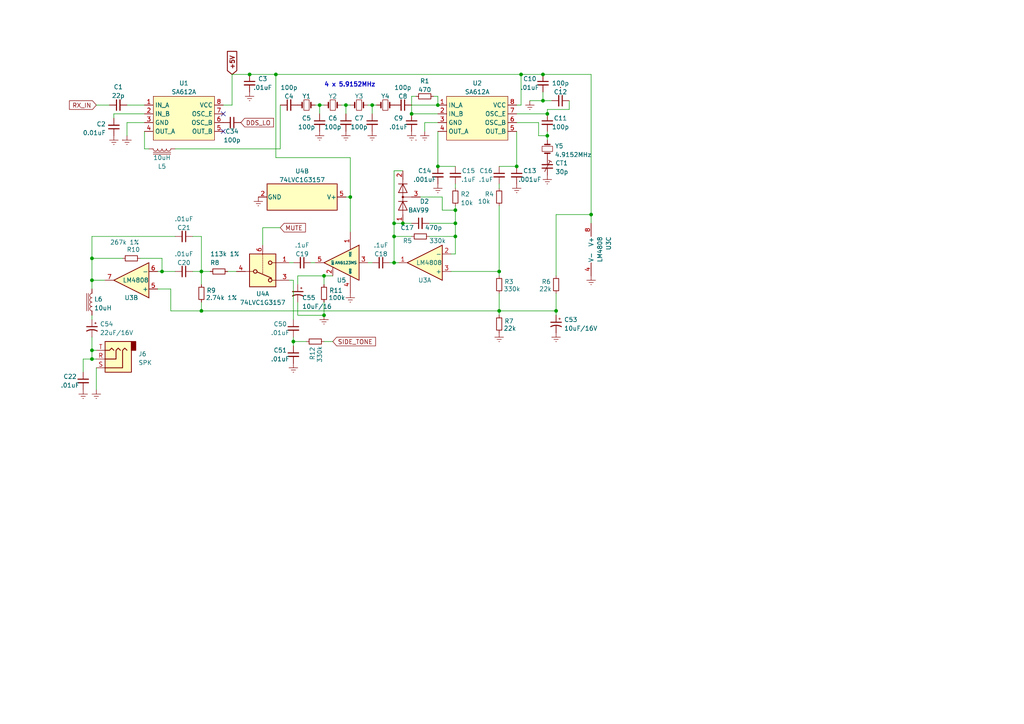
<source format=kicad_sch>
(kicad_sch (version 20211123) (generator eeschema)
  (paper "A4")
  (lib_symbols
    (symbol "Amplifier_Operational:LM358" (pin_names (offset 0.127))
      (property "Reference" "U" (at 0 5.08 0))
      (property "Value" "LM358" (at 0 -5.08 0))
      (symbol "LM358_1_1"
        (polyline (pts (xy -5.08 5.08) (xy 5.08 0) (xy -5.08 -5.08) (xy -5.08 5.08)) (stroke (width 0.254)) (fill (type background)))
        (pin output line (at 7.62 0 180) (length 2.54) (name "~") (number "1"))
        (pin input line (at -7.62 -2.54 0) (length 2.54) (name "-") (number "2"))
        (pin input line (at -7.62 2.54 0) (length 2.54) (name "+") (number "3"))
      )
      (symbol "LM358_2_1"
        (polyline (pts (xy -5.08 5.08) (xy 5.08 0) (xy -5.08 -5.08) (xy -5.08 5.08)) (stroke (width 0.254)) (fill (type background)))
        (pin input line (at -7.62 2.54 0) (length 2.54) (name "+") (number "5"))
        (pin input line (at -7.62 -2.54 0) (length 2.54) (name "-") (number "6"))
        (pin output line (at 7.62 0 180) (length 2.54) (name "~") (number "7"))
      )
      (symbol "LM358_3_1"
        (pin power_in line (at -2.54 -7.62 90) (length 3.81) (name "V-") (number "4"))
        (pin power_in line (at -2.54 7.62 270) (length 3.81) (name "V+") (number "8"))
      )
    )
    (symbol "Analog_Switch:NC7SB3157L6X" (pin_names (offset 0.127))
      (property "Reference" "U" (at -3.175 4.699 0))
      (property "Value" "NC7SB3157L6X" (at -3.175 2.921 0))
      (symbol "NC7SB3157L6X_1_1"
        (rectangle (start -3.81 1.905) (end 3.81 -7.62) (stroke (width 0.254)) (fill (type background)))
        (circle (center -2.159 -2.54) (radius 0.508) (stroke (width 0.254)))
        (polyline (pts (xy -5.08 -2.54) (xy -2.794 -2.54)))
        (polyline (pts (xy -1.651 -2.413) (xy 2.54 -0.635)) (stroke (width 0.254)))
        (polyline (pts (xy 0 -7.62) (xy 0 -7.112)))
        (polyline (pts (xy 0 -6.858) (xy 0 -6.604)))
        (polyline (pts (xy 0 -6.35) (xy 0 -6.096)))
        (polyline (pts (xy 0 -5.842) (xy 0 -5.588)))
        (polyline (pts (xy 0 -5.334) (xy 0 -5.08)))
        (polyline (pts (xy 0 -4.826) (xy 0 -4.572)))
        (polyline (pts (xy 0 -4.318) (xy 0 -4.064)))
        (polyline (pts (xy 0 -3.81) (xy 0 -3.556)))
        (polyline (pts (xy 0 -3.302) (xy 0 -3.048)))
        (polyline (pts (xy 0 -2.794) (xy 0 -2.54)))
        (polyline (pts (xy 0 -2.286) (xy 0 -2.032)))
        (polyline (pts (xy 0 -2.286) (xy 0 -2.032)))
        (polyline (pts (xy 5.08 -5.08) (xy 2.794 -5.08)))
        (polyline (pts (xy 5.08 0) (xy 2.794 0)))
        (circle (center 2.159 -5.08) (radius 0.508) (stroke (width 0.254)))
        (circle (center 2.159 0) (radius 0.508) (stroke (width 0.254)))
        (pin passive line (at 7.62 -5.08 180) (length 2.54) (name "~") (number "1"))
        (pin passive line (at 7.62 0 180) (length 2.54) (name "~") (number "3"))
        (pin passive line (at -7.62 -2.54 0) (length 2.54) (name "~") (number "4"))
        (pin input line (at 0 -10.16 90) (length 2.54) (name "~") (number "6"))
      )
      (symbol "NC7SB3157L6X_2_0"
        (pin power_in line (at 0 -12.7 90) (length 2.54) (name "GND") (number "2"))
        (pin power_in line (at 0 12.7 270) (length 2.54) (name "V+") (number "5"))
      )
      (symbol "NC7SB3157L6X_2_1"
        (rectangle (start -3.81 10.16) (end 3.81 -10.16) (stroke (width 0.254)) (fill (type background)))
      )
    )
    (symbol "Connector:AudioJack3"
      (property "Reference" "J" (at 0 8.89 0))
      (property "Value" "AudioJack3" (at 0 6.35 0))
      (symbol "AudioJack3_0_1"
        (rectangle (start -5.08 -5.08) (end -6.35 -2.54) (stroke (width 0.254)) (fill (type outline)))
        (polyline (pts (xy 0 -2.54) (xy 0.635 -3.175) (xy 1.27 -2.54) (xy 2.54 -2.54)) (stroke (width 0.254)))
        (polyline (pts (xy -1.905 -2.54) (xy -1.27 -3.175) (xy -0.635 -2.54) (xy -0.635 0) (xy 2.54 0)) (stroke (width 0.254)))
        (polyline (pts (xy 2.54 2.54) (xy -2.54 2.54) (xy -2.54 -2.54) (xy -3.175 -3.175) (xy -3.81 -2.54)) (stroke (width 0.254)))
        (rectangle (start 2.54 3.81) (end -5.08 -5.08) (stroke (width 0.254)) (fill (type background)))
      )
      (symbol "AudioJack3_1_1"
        (pin passive line (at 5.08 0 180) (length 2.54) (name "~") (number "R"))
        (pin passive line (at 5.08 2.54 180) (length 2.54) (name "~") (number "S"))
        (pin passive line (at 5.08 -2.54 180) (length 2.54) (name "~") (number "T"))
      )
    )
    (symbol "CraftsmanICs:AN6123MS"
      (property "Reference" "U" (at 2.54 3.81 0))
      (property "Value" "AN6123MS" (at 0 0 0))
      (symbol "AN6123MS_0_1"
        (rectangle (start 3.81 -8.89) (end 3.81 -8.89) (stroke (width 0.1524)))
      )
      (symbol "AN6123MS_1_1"
        (polyline (pts (xy -3.81 5.08) (xy 6.35 0) (xy -3.81 -5.08) (xy -3.81 5.08)) (stroke (width 0.254)) (fill (type background)))
        (pin power_in line (at -1.27 8.89 270) (length 5.08) (name "VCC") (number "1"))
        (pin input line (at 3.81 -3.81 90) (length 2.54) (name "DET") (number "2"))
        (pin input line (at -6.35 0 0) (length 2.54) (name "~") (number "3"))
        (pin power_in line (at -1.27 -8.89 90) (length 5.08) (name "GND") (number "4"))
        (pin output line (at 8.89 0 180) (length 2.54) (name "~") (number "5"))
      )
    )
    (symbol "CraftsmanICs:SA612A"
      (property "Reference" "U" (at 0 10.16 0))
      (property "Value" "SA612A" (at 0 7.62 0))
      (symbol "SA612A_0_1"
        (rectangle (start -17.78 -6.35) (end -17.78 -6.35) (stroke (width 0.1524)))
        (rectangle (start -17.78 -6.35) (end -17.78 -6.35) (stroke (width 0.1524)))
        (rectangle (start -17.78 -6.35) (end -17.78 -6.35) (stroke (width 0.1524)))
        (rectangle (start -17.78 -6.35) (end -17.78 -6.35) (stroke (width 0.1524)))
        (rectangle (start -17.78 -6.35) (end -17.78 -6.35) (stroke (width 0.1524)))
        (rectangle (start -8.89 6.35) (end 8.89 -6.35) (stroke (width 0.1524)) (fill (type background)))
        (circle (center 24.13 8.89) (radius 0.0001) (stroke (width 0.1524)))
        (circle (center 24.13 8.89) (radius 0.0001) (stroke (width 0.1524)))
      )
      (symbol "SA612A_1_1"
        (pin input line (at -11.43 3.81 0) (length 2.54) (name "IN_A") (number "1"))
        (pin input line (at -11.43 1.27 0) (length 2.54) (name "IN_B") (number "2"))
        (pin power_in line (at -11.43 -1.27 0) (length 2.54) (name "GND") (number "3"))
        (pin output line (at -11.43 -3.81 0) (length 2.54) (name "OUT_A") (number "4"))
        (pin output line (at 11.43 -3.81 180) (length 2.54) (name "OUT_B") (number "5"))
        (pin input line (at 11.43 -1.27 180) (length 2.54) (name "OSC_B") (number "6"))
        (pin output line (at 11.43 1.27 180) (length 2.54) (name "OSC_E") (number "7"))
        (pin power_in line (at 11.43 3.81 180) (length 2.54) (name "VCC") (number "8"))
      )
    )
    (symbol "Device:C_Polarized_Small_US" (pin_numbers hide) (pin_names (offset 0.254) hide)
      (property "Reference" "C" (at 0.254 1.778 0))
      (property "Value" "C_Polarized_Small_US" (at 0.254 -2.032 0))
      (symbol "C_Polarized_Small_US_0_1"
        (polyline (pts (xy -1.524 0.508) (xy 1.524 0.508)) (stroke (width 0.3048)))
        (polyline (pts (xy -1.27 1.524) (xy -0.762 1.524)))
        (polyline (pts (xy -1.016 1.27) (xy -1.016 1.778)))
        (arc (start 1.524 -0.762) (mid 0 -0.3734) (end -1.524 -0.762) (stroke (width 0.3048)))
      )
      (symbol "C_Polarized_Small_US_1_1"
        (pin passive line (at 0 2.54 270) (length 2.032) (name "~") (number "1"))
        (pin passive line (at 0 -2.54 90) (length 2.032) (name "~") (number "2"))
      )
    )
    (symbol "Device:C_Small" (pin_numbers hide) (pin_names (offset 0.254) hide)
      (property "Reference" "C" (at 0.254 1.778 0))
      (property "Value" "C_Small" (at 0.254 -2.032 0))
      (symbol "C_Small_0_1"
        (polyline (pts (xy -1.524 -0.508) (xy 1.524 -0.508)) (stroke (width 0.3302)))
        (polyline (pts (xy -1.524 0.508) (xy 1.524 0.508)) (stroke (width 0.3048)))
      )
      (symbol "C_Small_1_1"
        (pin passive line (at 0 2.54 270) (length 2.032) (name "~") (number "1"))
        (pin passive line (at 0 -2.54 90) (length 2.032) (name "~") (number "2"))
      )
    )
    (symbol "Device:C_Trim_Small" (pin_numbers hide) (pin_names (offset 0.254) hide)
      (property "Reference" "C" (at 1.524 -2.032 0))
      (property "Value" "C_Trim_Small" (at 3.048 -3.556 0))
      (symbol "C_Trim_Small_0_1"
        (polyline (pts (xy -1.524 -0.508) (xy 1.524 -0.508)) (stroke (width 0.3048)))
        (polyline (pts (xy -1.524 0.508) (xy 1.524 0.508)) (stroke (width 0.3048)))
        (polyline (pts (xy 0.762 1.524) (xy -0.762 -1.524)) (stroke (width 0.1778)))
        (polyline (pts (xy 1.27 1.27) (xy 0.381 1.778)) (stroke (width 0.1778)))
      )
      (symbol "C_Trim_Small_1_1"
        (pin passive line (at 0 2.54 270) (length 2.032) (name "~") (number "1"))
        (pin passive line (at 0 -2.54 90) (length 2.032) (name "~") (number "2"))
      )
    )
    (symbol "Device:Crystal_Small" (pin_numbers hide) (pin_names (offset 1.016) hide)
      (property "Reference" "Y" (at 0 2.54 0))
      (property "Value" "Crystal_Small" (at 0 -2.54 0))
      (symbol "Crystal_Small_0_1"
        (rectangle (start -0.762 -1.524) (end 0.762 1.524))
        (polyline (pts (xy -1.27 -0.762) (xy -1.27 0.762)) (stroke (width 0.381)))
        (polyline (pts (xy 1.27 -0.762) (xy 1.27 0.762)) (stroke (width 0.381)))
      )
      (symbol "Crystal_Small_1_1"
        (pin passive line (at -2.54 0 0) (length 1.27) (name "1") (number "1"))
        (pin passive line (at 2.54 0 180) (length 1.27) (name "2") (number "2"))
      )
    )
    (symbol "Device:L_Iron" (pin_numbers hide) (pin_names (offset 1.016) hide)
      (property "Reference" "L" (at -1.27 0 90))
      (property "Value" "L_Iron" (at 2.794 0 90))
      (symbol "L_Iron_0_1"
        (arc (start 0 -2.54) (mid 0.635 -1.905) (end 0 -1.27))
        (arc (start 0 -1.27) (mid 0.635 -0.635) (end 0 0))
        (polyline (pts (xy 1.016 2.54) (xy 1.016 -2.54)))
        (polyline (pts (xy 1.524 -2.54) (xy 1.524 2.54)))
        (arc (start 0 0) (mid 0.635 0.635) (end 0 1.27))
        (arc (start 0 1.27) (mid 0.635 1.905) (end 0 2.54))
      )
      (symbol "L_Iron_1_1"
        (pin passive line (at 0 3.81 270) (length 1.27) (name "1") (number "1"))
        (pin passive line (at 0 -3.81 90) (length 1.27) (name "2") (number "2"))
      )
    )
    (symbol "Device:R_Small" (pin_numbers hide) (pin_names (offset 0.254) hide)
      (property "Reference" "R" (at 0.762 0.508 0))
      (property "Value" "R_Small" (at 0.762 -1.016 0))
      (symbol "R_Small_0_1"
        (rectangle (start -0.762 1.778) (end 0.762 -1.778) (stroke (width 0.2032)))
      )
      (symbol "R_Small_1_1"
        (pin passive line (at 0 2.54 270) (length 0.762) (name "~") (number "1"))
        (pin passive line (at 0 -2.54 90) (length 0.762) (name "~") (number "2"))
      )
    )
    (symbol "Diode:BAV99" (pin_names hide)
      (property "Reference" "D" (at 0 5.08 0))
      (property "Value" "BAV99" (at 0 2.54 0))
      (symbol "BAV99_0_1"
        (polyline (pts (xy -5.08 0) (xy 5.08 0)))
      )
      (symbol "BAV99_1_1"
        (polyline (pts (xy 0 0) (xy 0 -2.54)))
        (polyline (pts (xy -1.27 -1.27) (xy -1.27 1.27) (xy -1.27 1.27)) (stroke (width 0.2032)))
        (polyline (pts (xy 3.81 1.27) (xy 3.81 -1.27) (xy 3.81 -1.27)) (stroke (width 0.2032)))
        (polyline (pts (xy -3.81 1.27) (xy -1.27 0) (xy -3.81 -1.27) (xy -3.81 1.27) (xy -3.81 1.27) (xy -3.81 1.27)) (stroke (width 0.2032)))
        (polyline (pts (xy 1.27 1.27) (xy 3.81 0) (xy 1.27 -1.27) (xy 1.27 1.27) (xy 1.27 1.27) (xy 1.27 1.27)) (stroke (width 0.2032)))
        (circle (center 0 0) (radius 0.254) (fill (type outline)))
        (pin passive line (at -7.62 0 0) (length 2.54) (name "K") (number "1"))
        (pin passive line (at 7.62 0 180) (length 2.54) (name "A") (number "2"))
        (pin passive line (at 0 -5.08 90) (length 2.54) (name "K") (number "3"))
      )
    )
    (symbol "SA612A_1"
      (property "Reference" "U" (at 0 10.16 0))
      (property "Value" "SA612A_1" (at 0 7.62 0))
      (symbol "SA612A_1_0_1"
        (rectangle (start -17.78 -6.35) (end -17.78 -6.35) (stroke (width 0.1524)))
        (rectangle (start -17.78 -6.35) (end -17.78 -6.35) (stroke (width 0.1524)))
        (rectangle (start -17.78 -6.35) (end -17.78 -6.35) (stroke (width 0.1524)))
        (rectangle (start -17.78 -6.35) (end -17.78 -6.35) (stroke (width 0.1524)))
        (rectangle (start -17.78 -6.35) (end -17.78 -6.35) (stroke (width 0.1524)))
        (rectangle (start -8.89 6.35) (end 8.89 -6.35) (stroke (width 0.1524)) (fill (type background)))
        (circle (center 24.13 8.89) (radius 0.0001) (stroke (width 0.1524)))
        (circle (center 24.13 8.89) (radius 0.0001) (stroke (width 0.1524)))
      )
      (symbol "SA612A_1_1_1"
        (pin input line (at -11.43 3.81 0) (length 2.54) (name "IN_A") (number "1"))
        (pin input line (at -11.43 1.27 0) (length 2.54) (name "IN_B") (number "2"))
        (pin power_in line (at -11.43 -1.27 0) (length 2.54) (name "GND") (number "3"))
        (pin output line (at -11.43 -3.81 0) (length 2.54) (name "OUT_A") (number "4"))
        (pin output line (at 11.43 -3.81 180) (length 2.54) (name "OUT_B") (number "5"))
        (pin input line (at 11.43 -1.27 180) (length 2.54) (name "OSC_B") (number "6"))
        (pin output line (at 11.43 1.27 180) (length 2.54) (name "OSC_E") (number "7"))
        (pin power_in line (at 11.43 3.81 180) (length 2.54) (name "VCC") (number "8"))
      )
    )
    (symbol "power:GNDREF" (power) (pin_names (offset 0))
      (property "Value" "GNDREF" (at 0 -3.81 0))
      (symbol "GNDREF_0_1"
        (polyline (pts (xy -0.635 -1.905) (xy 0.635 -1.905)))
        (polyline (pts (xy -0.127 -2.54) (xy 0.127 -2.54)))
        (polyline (pts (xy 0 -1.27) (xy 0 0)))
        (polyline (pts (xy 1.27 -1.27) (xy -1.27 -1.27)))
      )
      (symbol "GNDREF_1_1"
        (pin power_in line (at 0 0 270) (length 0) hide (name "GNDREF") (number "1"))
      )
    )
  )
  (junction (at 114.3 64.77))
  (junction (at 171.45 62.23))
  (junction (at 100.33 30.48))
  (junction (at 26.67 74.93))
  (junction (at 107.95 30.48))
  (junction (at 26.67 104.14))
  (junction (at 26.67 101.6))
  (junction (at 93.98 91.44))
  (junction (at 58.42 78.74))
  (junction (at 26.67 81.28))
  (junction (at 72.39 21.59))
  (junction (at 158.75 39.37))
  (junction (at 161.29 90.17))
  (junction (at 92.71 30.48))
  (junction (at 46.99 78.74))
  (junction (at 151.13 21.59))
  (junction (at 127 48.26))
  (junction (at 116.84 64.77))
  (junction (at 132.08 60.96))
  (junction (at 144.78 90.17))
  (junction (at 132.08 68.58))
  (junction (at 119.38 33.02))
  (junction (at 58.42 90.17))
  (junction (at 158.75 33.02))
  (junction (at 127 30.48))
  (junction (at 85.09 99.06))
  (junction (at 132.08 64.77))
  (junction (at 157.48 29.21))
  (junction (at 157.48 21.59))
  (junction (at 114.3 68.58))
  (junction (at 144.78 78.74))
  (junction (at 80.01 21.59))
  (junction (at 114.3 76.2))
  (junction (at 149.86 48.26))
  (junction (at 93.98 80.01))
  (junction (at 101.6 57.15))
  (no_connect (at 64.77 38.1))
  (no_connect (at 64.77 33.02))
  (wire (pts (xy 165.1 31.75) (xy 165.1 29.21)))
  (wire (pts (xy 171.45 62.23) (xy 171.45 64.77)))
  (wire (pts (xy 27.94 30.48) (xy 31.75 30.48)))
  (wire (pts (xy 93.98 80.01) (xy 93.98 82.55)))
  (wire (pts (xy 58.42 68.58) (xy 55.88 68.58)))
  (wire (pts (xy 114.3 76.2) (xy 115.57 76.2)))
  (wire (pts (xy 144.78 90.17) (xy 161.29 90.17)))
  (wire (pts (xy 144.78 53.34) (xy 144.78 54.61)))
  (wire (pts (xy 144.78 78.74) (xy 144.78 80.01)))
  (wire (pts (xy 45.72 78.74) (xy 46.99 78.74)))
  (wire (pts (xy 123.19 35.56) (xy 127 35.56)))
  (wire (pts (xy 81.28 30.48) (xy 81.28 43.18)))
  (wire (pts (xy 157.48 29.21) (xy 160.02 29.21)))
  (wire (pts (xy 26.67 74.93) (xy 35.56 74.93)))
  (wire (pts (xy 158.75 33.02) (xy 149.86 33.02)))
  (wire (pts (xy 158.75 31.75) (xy 165.1 31.75)))
  (wire (pts (xy 26.67 83.82) (xy 26.67 81.28)))
  (wire (pts (xy 119.38 30.48) (xy 127 30.48)))
  (wire (pts (xy 128.27 57.15) (xy 121.92 57.15)))
  (wire (pts (xy 26.67 81.28) (xy 26.67 74.93)))
  (wire (pts (xy 26.67 104.14) (xy 27.94 104.14)))
  (wire (pts (xy 100.33 57.15) (xy 101.6 57.15)))
  (wire (pts (xy 41.91 35.56) (xy 36.83 35.56)))
  (wire (pts (xy 120.65 27.94) (xy 119.38 27.94)))
  (wire (pts (xy 33.02 34.29) (xy 33.02 33.02)))
  (wire (pts (xy 100.33 30.48) (xy 101.6 30.48)))
  (wire (pts (xy 93.98 80.01) (xy 96.52 80.01)))
  (wire (pts (xy 80.01 21.59) (xy 151.13 21.59)))
  (wire (pts (xy 66.04 78.74) (xy 68.58 78.74)))
  (wire (pts (xy 106.68 30.48) (xy 107.95 30.48)))
  (wire (pts (xy 64.77 30.48) (xy 67.31 30.48)))
  (wire (pts (xy 157.48 21.59) (xy 171.45 21.59)))
  (wire (pts (xy 149.86 38.1) (xy 149.86 48.26)))
  (wire (pts (xy 86.36 91.44) (xy 93.98 91.44)))
  (wire (pts (xy 144.78 85.09) (xy 144.78 90.17)))
  (wire (pts (xy 127 27.94) (xy 127 30.48)))
  (wire (pts (xy 157.48 29.21) (xy 157.48 26.67)))
  (wire (pts (xy 50.8 68.58) (xy 26.67 68.58)))
  (wire (pts (xy 26.67 81.28) (xy 30.48 81.28)))
  (wire (pts (xy 26.67 97.79) (xy 26.67 101.6)))
  (wire (pts (xy 151.13 21.59) (xy 151.13 30.48)))
  (wire (pts (xy 161.29 80.01) (xy 161.29 62.23)))
  (wire (pts (xy 149.86 35.56) (xy 156.21 35.56)))
  (wire (pts (xy 80.01 21.59) (xy 80.01 45.72)))
  (wire (pts (xy 92.71 30.48) (xy 93.98 30.48)))
  (wire (pts (xy 41.91 43.18) (xy 43.18 43.18)))
  (wire (pts (xy 119.38 64.77) (xy 116.84 64.77)))
  (wire (pts (xy 26.67 91.44) (xy 26.67 92.71)))
  (wire (pts (xy 124.46 64.77) (xy 132.08 64.77)))
  (wire (pts (xy 85.09 99.06) (xy 85.09 100.33)))
  (wire (pts (xy 86.36 87.63) (xy 86.36 91.44)))
  (wire (pts (xy 161.29 62.23) (xy 171.45 62.23)))
  (wire (pts (xy 144.78 78.74) (xy 144.78 59.69)))
  (wire (pts (xy 124.46 68.58) (xy 132.08 68.58)))
  (wire (pts (xy 93.98 91.44) (xy 93.98 87.63)))
  (wire (pts (xy 99.06 30.48) (xy 100.33 30.48)))
  (wire (pts (xy 85.09 81.28) (xy 85.09 92.71)))
  (wire (pts (xy 157.48 29.21) (xy 153.67 29.21)))
  (wire (pts (xy 85.09 97.79) (xy 85.09 99.06)))
  (wire (pts (xy 161.29 90.17) (xy 161.29 91.44)))
  (wire (pts (xy 127 38.1) (xy 127 48.26)))
  (wire (pts (xy 76.2 66.04) (xy 76.2 71.12)))
  (wire (pts (xy 41.91 38.1) (xy 41.91 43.18)))
  (wire (pts (xy 101.6 45.72) (xy 101.6 57.15)))
  (wire (pts (xy 46.99 78.74) (xy 50.8 78.74)))
  (wire (pts (xy 158.75 33.02) (xy 158.75 31.75)))
  (wire (pts (xy 72.39 21.59) (xy 80.01 21.59)))
  (wire (pts (xy 90.17 76.2) (xy 91.44 76.2)))
  (wire (pts (xy 132.08 64.77) (xy 132.08 68.58)))
  (wire (pts (xy 86.36 82.55) (xy 86.36 80.01)))
  (wire (pts (xy 83.82 81.28) (xy 85.09 81.28)))
  (wire (pts (xy 107.95 30.48) (xy 109.22 30.48)))
  (wire (pts (xy 144.78 90.17) (xy 144.78 91.44)))
  (wire (pts (xy 114.3 64.77) (xy 114.3 68.58)))
  (wire (pts (xy 85.09 99.06) (xy 88.9 99.06)))
  (wire (pts (xy 76.2 66.04) (xy 81.28 66.04)))
  (wire (pts (xy 100.33 30.48) (xy 100.33 33.02)))
  (wire (pts (xy 91.44 30.48) (xy 92.71 30.48)))
  (wire (pts (xy 128.27 57.15) (xy 128.27 60.96)))
  (wire (pts (xy 128.27 60.96) (xy 132.08 60.96)))
  (wire (pts (xy 156.21 39.37) (xy 158.75 39.37)))
  (wire (pts (xy 49.53 83.82) (xy 49.53 90.17)))
  (wire (pts (xy 26.67 101.6) (xy 26.67 104.14)))
  (wire (pts (xy 83.82 76.2) (xy 85.09 76.2)))
  (wire (pts (xy 125.73 27.94) (xy 127 27.94)))
  (wire (pts (xy 114.3 49.53) (xy 114.3 64.77)))
  (wire (pts (xy 132.08 68.58) (xy 132.08 73.66)))
  (wire (pts (xy 26.67 101.6) (xy 27.94 101.6)))
  (wire (pts (xy 80.01 45.72) (xy 101.6 45.72)))
  (wire (pts (xy 67.31 21.59) (xy 72.39 21.59)))
  (wire (pts (xy 114.3 68.58) (xy 119.38 68.58)))
  (wire (pts (xy 171.45 21.59) (xy 171.45 62.23)))
  (wire (pts (xy 27.94 106.68) (xy 27.94 113.03)))
  (wire (pts (xy 114.3 68.58) (xy 114.3 76.2)))
  (wire (pts (xy 58.42 78.74) (xy 58.42 82.55)))
  (wire (pts (xy 36.83 35.56) (xy 36.83 39.37)))
  (wire (pts (xy 49.53 90.17) (xy 58.42 90.17)))
  (wire (pts (xy 130.81 78.74) (xy 144.78 78.74)))
  (wire (pts (xy 132.08 73.66) (xy 130.81 73.66)))
  (wire (pts (xy 123.19 38.1) (xy 123.19 35.56)))
  (wire (pts (xy 24.13 104.14) (xy 26.67 104.14)))
  (wire (pts (xy 101.6 57.15) (xy 101.6 67.31)))
  (wire (pts (xy 55.88 78.74) (xy 58.42 78.74)))
  (wire (pts (xy 132.08 53.34) (xy 132.08 54.61)))
  (wire (pts (xy 158.75 38.1) (xy 158.75 39.37)))
  (wire (pts (xy 106.68 76.2) (xy 107.95 76.2)))
  (wire (pts (xy 26.67 68.58) (xy 26.67 74.93)))
  (wire (pts (xy 151.13 21.59) (xy 157.48 21.59)))
  (wire (pts (xy 151.13 30.48) (xy 149.86 30.48)))
  (wire (pts (xy 158.75 39.37) (xy 158.75 40.64)))
  (wire (pts (xy 119.38 33.02) (xy 127 33.02)))
  (wire (pts (xy 127 48.26) (xy 132.08 48.26)))
  (wire (pts (xy 45.72 83.82) (xy 49.53 83.82)))
  (wire (pts (xy 58.42 90.17) (xy 144.78 90.17)))
  (wire (pts (xy 93.98 99.06) (xy 96.52 99.06)))
  (wire (pts (xy 132.08 60.96) (xy 132.08 64.77)))
  (wire (pts (xy 107.95 30.48) (xy 107.95 33.02)))
  (wire (pts (xy 46.99 74.93) (xy 46.99 78.74)))
  (wire (pts (xy 149.86 48.26) (xy 144.78 48.26)))
  (wire (pts (xy 116.84 64.77) (xy 114.3 64.77)))
  (wire (pts (xy 50.8 43.18) (xy 81.28 43.18)))
  (wire (pts (xy 92.71 30.48) (xy 92.71 33.02)))
  (wire (pts (xy 113.03 76.2) (xy 114.3 76.2)))
  (wire (pts (xy 36.83 30.48) (xy 41.91 30.48)))
  (wire (pts (xy 119.38 27.94) (xy 119.38 33.02)))
  (wire (pts (xy 116.84 49.53) (xy 114.3 49.53)))
  (wire (pts (xy 33.02 33.02) (xy 41.91 33.02)))
  (wire (pts (xy 132.08 59.69) (xy 132.08 60.96)))
  (wire (pts (xy 161.29 85.09) (xy 161.29 90.17)))
  (wire (pts (xy 86.36 80.01) (xy 93.98 80.01)))
  (wire (pts (xy 58.42 87.63) (xy 58.42 90.17)))
  (wire (pts (xy 156.21 35.56) (xy 156.21 39.37)))
  (wire (pts (xy 58.42 68.58) (xy 58.42 78.74)))
  (wire (pts (xy 58.42 78.74) (xy 60.96 78.74)))
  (wire (pts (xy 67.31 30.48) (xy 67.31 21.59)))
  (wire (pts (xy 40.64 74.93) (xy 46.99 74.93)))
  (wire (pts (xy 24.13 107.95) (xy 24.13 104.14)))
  (text "4 x 5.9152MHz" (at 93.98 25.4 0) (effects (font (size 1.27 1.27) (thickness 0.254) bold) (justify left bottom)))
  (global_label "+5V" (shape input) (at 67.31 21.59 90) (effects (font bold)) (property "Intersheet References" "${INTERSHEET_REFS}" (effects hide)))
  (global_label "SIDE_TONE" (shape input) (at 96.52 99.06 0) (property "Intersheet References" "${INTERSHEET_REFS}" (effects hide)))
  (global_label "RX_IN" (shape input) (at 27.94 30.48 180) (property "Intersheet References" "${INTERSHEET_REFS}" (effects hide)))
  (global_label "MUTE" (shape input) (at 81.28 66.04 0) (property "Intersheet References" "${INTERSHEET_REFS}" (effects hide)))
  (global_label "DDS_LO" (shape input) (at 69.85 35.56 0) (property "Intersheet References" "${INTERSHEET_REFS}" (effects hide)))
  (symbol (lib_id "Device:C_Small") (at 127 50.8 0) (unit 1)
    (property "Reference" "C14" (at 123.19 49.53 0))
    (property "Value" ".001uF" (at 123.19 52.0669 0))
    (property "Footprint" "Capacitor_SMD:C_0805_2012Metric" (effects hide))
  )
  (symbol (lib_id "Connector:AudioJack3") (at 33.02 104.14 180) (unit 1)
    (property "Reference" "J6" (at 40.132 102.6703 0) (effects (justify right)))
    (property "Value" "SPK" (at 40.132 105.2072 0) (effects (justify right)))
    (property "Footprint" "Connector_Audio:Jack_3.5mm_CUI_SJ-3523-SMT_Horizontal" (effects hide))
  )
  (symbol (lib_id "power:GNDREF") (at 27.94 113.03 0) (unit 1)
    (property "Reference" "#PWR?" (effects hide))
    (property "Value" "GNDREF" (effects hide))
  )
  (symbol (lib_id "power:GNDREF") (at 153.67 29.21 0) (unit 1)
    (property "Reference" "#PWR0158" (effects hide))
    (property "Value" "GNDREF" (effects hide))
  )
  (symbol (lib_id "Amplifier_Operational:LM358") (at 38.1 81.28 180) (unit 2)
    (property "Reference" "U3" (at 38.1 86.36 0))
    (property "Value" "LM4808" (at 39.37 81.28 0))
    (property "Footprint" "Package_SO:SOIC-8_3.9x4.9mm_P1.27mm" (effects hide))
    (property "Datasheet" "http://www.ti.com/lit/ds/symlink/lm2904-n.pdf" (effects hide))
  )
  (symbol (lib_id "Device:C_Polarized_Small_US") (at 26.67 95.25 0) (mirror y) (unit 1)
    (property "Reference" "C54" (at 28.9814 93.9835 0) (effects (justify right)))
    (property "Value" "22uF/16V" (at 28.9814 96.5204 0) (effects (justify right)))
    (property "Footprint" "Capacitor_THT:CP_Radial_D5.0mm_P2.00mm" (effects hide))
  )
  (symbol (lib_id "power:GNDREF") (at 123.19 38.1 0) (unit 1)
    (property "Reference" "#PWR0151" (effects hide))
    (property "Value" "GNDREF" (effects hide))
  )
  (symbol (lib_id "power:GNDREF") (at 119.38 38.1 0) (unit 1)
    (property "Reference" "#PWR0150" (effects hide))
    (property "Value" "GNDREF" (effects hide))
  )
  (symbol (lib_id "Device:R_Small") (at 144.78 82.55 180) (unit 1)
    (property "Reference" "R3" (at 146.2785 81.7153 0) (effects (justify right)))
    (property "Value" "330k" (at 146.05 83.82 0) (effects (justify right)))
    (property "Footprint" "Resistor_SMD:R_0805_2012Metric" (effects hide))
  )
  (symbol (lib_id "Device:C_Small") (at 162.56 29.21 270) (unit 1)
    (property "Reference" "C12" (at 162.56 26.67 90))
    (property "Value" "100p" (at 162.56 24.1331 90))
    (property "Footprint" "Capacitor_SMD:C_0805_2012Metric" (effects hide))
  )
  (symbol (lib_id "Device:R_Small") (at 144.78 57.15 0) (mirror x) (unit 1)
    (property "Reference" "R4" (at 143.2815 56.3153 0) (effects (justify right)))
    (property "Value" "10k" (at 142.24 58.42 0) (effects (justify right)))
    (property "Footprint" "Resistor_SMD:R_0805_2012Metric" (effects hide))
  )
  (symbol (lib_id "Device:C_Small") (at 121.92 64.77 90) (unit 1)
    (property "Reference" "C17" (at 118.11 66.04 90))
    (property "Value" "470p" (at 125.73 66.04 90))
    (property "Footprint" "Capacitor_SMD:C_0805_2012Metric" (effects hide))
  )
  (symbol (lib_id "Device:L_Iron") (at 26.67 87.63 180) (unit 1)
    (property "Reference" "L6" (at 27.305 86.7953 0) (effects (justify right)))
    (property "Value" "10uH" (at 27.305 89.3322 0) (effects (justify right)))
    (property "Footprint" "Inductor_SMD:L_2010_5025Metric" (effects hide))
  )
  (symbol (lib_id "power:GNDREF") (at 93.98 91.44 0) (unit 1)
    (property "Reference" "#PWR0166" (effects hide))
    (property "Value" "GNDREF" (effects hide))
  )
  (symbol (lib_id "Device:C_Polarized_Small_US") (at 161.29 93.98 0) (mirror y) (unit 1)
    (property "Reference" "C53" (at 163.6014 92.7135 0) (effects (justify right)))
    (property "Value" "10uF/16V" (at 163.6014 95.2504 0) (effects (justify right)))
    (property "Footprint" "Capacitor_THT:CP_Radial_D5.0mm_P2.00mm" (effects hide))
  )
  (symbol (lib_id "Device:C_Small") (at 53.34 68.58 270) (unit 1)
    (property "Reference" "C21" (at 53.34 66.04 90))
    (property "Value" ".01uF" (at 53.34 63.5031 90))
    (property "Footprint" "Capacitor_SMD:C_0805_2012Metric" (effects hide))
  )
  (symbol (lib_id "Device:Crystal_Small") (at 96.52 30.48 0) (unit 1)
    (property "Reference" "Y2" (at 96.52 27.9202 0))
    (property "Value" "4.9152MHz" (effects hide))
    (property "Footprint" "SparkFun:HC49US" (effects hide))
  )
  (symbol (lib_id "Device:C_Small") (at 158.75 35.56 0) (mirror y) (unit 1)
    (property "Reference" "C11" (at 162.56 34.29 0))
    (property "Value" "100p" (at 162.56 36.8269 0))
    (property "Footprint" "Capacitor_SMD:C_0805_2012Metric" (effects hide))
  )
  (symbol (lib_id "Device:R_Small") (at 91.44 99.06 270) (mirror x) (unit 1)
    (property "Reference" "R12" (at 90.6053 100.5585 0) (effects (justify right)))
    (property "Value" "330k" (at 92.71 100.33 0) (effects (justify right)))
    (property "Footprint" "Resistor_SMD:R_0805_2012Metric" (effects hide))
  )
  (symbol (lib_id "Device:R_Small") (at 161.29 82.55 0) (mirror x) (unit 1)
    (property "Reference" "R6" (at 159.7915 81.7153 0) (effects (justify right)))
    (property "Value" "22k" (at 160.02 83.82 0) (effects (justify right)))
    (property "Footprint" "Resistor_SMD:R_0805_2012Metric" (effects hide))
  )
  (symbol (lib_id "Analog_Switch:NC7SB3157L6X") (at 87.63 57.15 270) (unit 2)
    (property "Reference" "U4" (at 87.63 49.6402 90))
    (property "Value" "74LVC1G3157" (at 87.63 52.1771 90))
    (property "Footprint" "Package_TO_SOT_SMD:SOT-666" (effects hide))
    (property "Datasheet" "https://www.onsemi.com/pub/Collateral/NC7SB3157-D.PDF" (effects hide))
  )
  (symbol (lib_id "power:GNDREF") (at 101.6 85.09 0) (unit 1)
    (property "Reference" "#PWR0163" (effects hide))
    (property "Value" "GNDREF" (effects hide))
  )
  (symbol (lib_id "Device:C_Small") (at 53.34 78.74 270) (unit 1)
    (property "Reference" "C20" (at 53.34 76.2 90))
    (property "Value" ".01uF" (at 53.34 73.6631 90))
    (property "Footprint" "Capacitor_SMD:C_0805_2012Metric" (effects hide))
  )
  (symbol (lib_id "Device:C_Small") (at 87.63 76.2 270) (unit 1)
    (property "Reference" "C19" (at 87.63 73.66 90))
    (property "Value" ".1uF" (at 87.63 71.1231 90))
    (property "Footprint" "Capacitor_SMD:C_0805_2012Metric" (effects hide))
  )
  (symbol (lib_id "Device:C_Small") (at 132.08 50.8 0) (mirror y) (unit 1)
    (property "Reference" "C15" (at 135.89 49.53 0))
    (property "Value" ".1uF" (at 135.89 52.0669 0))
    (property "Footprint" "Capacitor_SMD:C_0805_2012Metric" (effects hide))
  )
  (symbol (lib_id "power:GNDREF") (at 144.78 96.52 0) (unit 1)
    (property "Reference" "#PWR0162" (effects hide))
    (property "Value" "GNDREF" (effects hide))
  )
  (symbol (lib_id "Device:C_Small") (at 116.84 30.48 270) (unit 1)
    (property "Reference" "C8" (at 116.84 27.94 90))
    (property "Value" "100p" (at 116.84 25.4031 90))
    (property "Footprint" "Capacitor_SMD:C_0805_2012Metric" (effects hide))
  )
  (symbol (lib_id "Analog_Switch:NC7SB3157L6X") (at 76.2 81.28 0) (mirror x) (unit 1)
    (property "Reference" "U4" (at 76.2 85.2154 0))
    (property "Value" "74LVC1G3157" (at 76.2 87.7523 0))
    (property "Footprint" "Package_TO_SOT_SMD:SOT-666" (effects hide))
    (property "Datasheet" "https://www.onsemi.com/pub/Collateral/NC7SB3157-D.PDF" (effects hide))
  )
  (symbol (lib_id "power:GNDREF") (at 85.09 105.41 0) (unit 1)
    (property "Reference" "#PWR0164" (effects hide))
    (property "Value" "GNDREF" (effects hide))
  )
  (symbol (lib_id "Device:R_Small") (at 38.1 74.93 270) (mirror x) (unit 1)
    (property "Reference" "R10" (at 40.64 72.39 90) (effects (justify right)))
    (property "Value" "267k 1%" (at 40.4115 70.2853 90) (effects (justify right)))
    (property "Footprint" "Resistor_SMD:R_0805_2012Metric" (effects hide))
  )
  (symbol (lib_id "Diode:BAV99") (at 116.84 57.15 90) (unit 1)
    (property "Reference" "D2" (at 124.46 58.42 90) (effects (justify left)))
    (property "Value" "BAV99" (at 124.46 60.9569 90) (effects (justify left)))
    (property "Footprint" "Package_TO_SOT_SMD:SOT-23" (effects hide))
    (property "Datasheet" "https://assets.nexperia.com/documents/data-sheet/BAV99_SER.pdf" (effects hide))
  )
  (symbol (lib_id "Device:C_Small") (at 83.82 30.48 90) (mirror x) (unit 1)
    (property "Reference" "C4" (at 83.82 27.94 90))
    (property "Value" "100p" (at 83.82 25.4031 90))
    (property "Footprint" "Capacitor_SMD:C_0805_2012Metric" (effects hide))
  )
  (symbol (lib_id "Device:C_Small") (at 85.09 102.87 0) (unit 1)
    (property "Reference" "C51" (at 81.28 101.6 0))
    (property "Value" ".01uF" (at 81.28 104.1369 0))
    (property "Footprint" "Capacitor_SMD:C_0805_2012Metric" (effects hide))
  )
  (symbol (lib_id "Device:C_Polarized_Small_US") (at 86.36 85.09 0) (mirror y) (unit 1)
    (property "Reference" "C55" (at 87.63 86.3631 0) (effects (justify right)))
    (property "Value" "10uF/16" (at 87.63 88.9 0) (effects (justify right)))
    (property "Footprint" "Capacitor_THT:CP_Radial_D5.0mm_P2.00mm" (effects hide))
  )
  (symbol (lib_id "Device:Crystal_Small") (at 158.75 43.18 90) (unit 1)
    (property "Reference" "Y5" (at 160.909 42.3453 90) (effects (justify right)))
    (property "Value" "4.9152MHz" (at 160.909 44.8822 90) (effects (justify right)))
    (property "Footprint" "SparkFun:HC49US" (effects hide))
  )
  (symbol (lib_id "Amplifier_Operational:LM358") (at 168.91 72.39 0) (mirror y) (unit 3)
    (property "Reference" "U3" (at 176.5269 68.58 90) (effects (justify right)))
    (property "Value" "LM4808" (at 173.99 68.58 90) (effects (justify right)))
    (property "Footprint" "Package_SO:SOIC-8_3.9x4.9mm_P1.27mm" (effects hide))
    (property "Datasheet" "http://www.ti.com/lit/ds/symlink/lm2904-n.pdf" (effects hide))
  )
  (symbol (lib_id "Amplifier_Operational:LM358") (at 123.19 76.2 180) (unit 1)
    (property "Reference" "U3" (at 123.19 81.28 0))
    (property "Value" "LM4808" (at 124.46 76.2 0))
    (property "Footprint" "Package_SO:SOIC-8_3.9x4.9mm_P1.27mm" (effects hide))
    (property "Datasheet" "http://www.ti.com/lit/ds/symlink/lm2904-n.pdf" (effects hide))
  )
  (symbol (lib_id "Device:R_Small") (at 132.08 57.15 0) (unit 1)
    (property "Reference" "R2" (at 133.5786 56.3153 0) (effects (justify left)))
    (property "Value" "10k" (at 133.5786 58.8522 0) (effects (justify left)))
    (property "Footprint" "Resistor_SMD:R_0805_2012Metric" (effects hide))
  )
  (symbol (lib_id "Device:L_Iron") (at 46.99 43.18 270) (unit 1)
    (property "Reference" "L5" (at 46.99 48.2768 90))
    (property "Value" "10uH" (at 46.99 45.7399 90))
    (property "Footprint" "Inductor_SMD:L_2010_5025Metric" (effects hide))
  )
  (symbol (lib_id "Device:R_Small") (at 144.78 93.98 180) (unit 1)
    (property "Reference" "R7" (at 146.2785 93.1453 0) (effects (justify right)))
    (property "Value" "22k" (at 146.05 95.25 0) (effects (justify right)))
    (property "Footprint" "Resistor_SMD:R_0805_2012Metric" (effects hide))
  )
  (symbol (lib_id "power:GNDREF") (at 100.33 38.1 0) (unit 1)
    (property "Reference" "#PWR0149" (effects hide))
    (property "Value" "GNDREF" (effects hide))
  )
  (symbol (lib_id "Device:R_Small") (at 121.92 68.58 90) (unit 1)
    (property "Reference" "R5" (at 116.84 69.85 90) (effects (justify right)))
    (property "Value" "330k" (at 124.46 69.85 90) (effects (justify right)))
    (property "Footprint" "Resistor_SMD:R_0805_2012Metric" (effects hide))
  )
  (symbol (lib_id "power:GNDREF") (at 92.71 38.1 0) (unit 1)
    (property "Reference" "#PWR0152" (effects hide))
    (property "Value" "GNDREF" (effects hide))
  )
  (symbol (lib_id "Device:C_Small") (at 107.95 35.56 0) (unit 1)
    (property "Reference" "C7" (at 104.14 34.29 0))
    (property "Value" "100p" (at 104.14 36.8269 0))
    (property "Footprint" "Capacitor_SMD:C_0805_2012Metric" (effects hide))
  )
  (symbol (lib_id "Device:C_Small") (at 85.09 95.25 0) (unit 1)
    (property "Reference" "C50" (at 81.28 93.98 0))
    (property "Value" ".01uF" (at 81.28 96.5169 0))
    (property "Footprint" "Capacitor_SMD:C_0805_2012Metric" (effects hide))
  )
  (symbol (lib_id "Device:C_Small") (at 34.29 30.48 90) (unit 1)
    (property "Reference" "C1" (at 34.2963 25.2181 90))
    (property "Value" "22p" (at 34.2963 27.755 90))
    (property "Footprint" "Capacitor_SMD:C_0805_2012Metric" (effects hide))
  )
  (symbol (lib_id "Device:C_Trim_Small") (at 158.75 48.26 0) (unit 1)
    (property "Reference" "CT1" (at 161.0614 47.2983 0) (effects (justify left)))
    (property "Value" "30p" (at 161.0614 49.8352 0) (effects (justify left)))
    (property "Footprint" "CraftsmanICs:C_TRIMMER_TZ03" (effects hide))
  )
  (symbol (lib_id "Device:C_Small") (at 157.48 24.13 0) (unit 1)
    (property "Reference" "C10" (at 153.67 22.86 0))
    (property "Value" ".01uF" (at 153.67 25.3969 0))
    (property "Footprint" "Capacitor_SMD:C_0805_2012Metric" (effects hide))
  )
  (symbol (lib_id "Device:Crystal_Small") (at 104.14 30.48 0) (unit 1)
    (property "Reference" "Y3" (at 104.14 27.9202 0))
    (property "Value" "4.9152MHz" (effects hide))
    (property "Footprint" "SparkFun:HC49US" (effects hide))
  )
  (symbol (lib_id "power:GNDREF") (at 107.95 38.1 0) (unit 1)
    (property "Reference" "#PWR0148" (effects hide))
    (property "Value" "GNDREF" (effects hide))
  )
  (symbol (lib_id "Device:Crystal_Small") (at 88.9 30.48 0) (unit 1)
    (property "Reference" "Y1" (at 88.9 27.9202 0))
    (property "Value" "4.9152MHz" (effects hide))
    (property "Footprint" "SparkFun:HC49US" (effects hide))
  )
  (symbol (lib_id "power:GNDREF") (at 158.75 50.8 0) (unit 1)
    (property "Reference" "#PWR0157" (effects hide))
    (property "Value" "GNDREF" (effects hide))
  )
  (symbol (lib_id "power:GNDREF") (at 72.39 26.67 0) (unit 1)
    (property "Reference" "#PWR0167" (effects hide))
    (property "Value" "GNDREF" (effects hide))
  )
  (symbol (lib_id "Device:C_Small") (at 110.49 76.2 270) (unit 1)
    (property "Reference" "C18" (at 110.49 73.66 90))
    (property "Value" ".1uF" (at 110.49 71.1231 90))
    (property "Footprint" "Capacitor_SMD:C_0805_2012Metric" (effects hide))
  )
  (symbol (lib_id "Device:R_Small") (at 93.98 85.09 180) (unit 1)
    (property "Reference" "R11" (at 95.4785 84.2553 0) (effects (justify right)))
    (property "Value" "100k" (at 95.25 86.36 0) (effects (justify right)))
    (property "Footprint" "Resistor_SMD:R_0805_2012Metric" (effects hide))
  )
  (symbol (lib_id "power:GNDREF") (at 24.13 113.03 0) (unit 1)
    (property "Reference" "#PWR0165" (effects hide))
    (property "Value" "GNDREF" (effects hide))
  )
  (symbol (lib_id "power:GNDREF") (at 127 53.34 0) (unit 1)
    (property "Reference" "#PWR0159" (effects hide))
    (property "Value" "GNDREF" (effects hide))
  )
  (symbol (lib_id "Device:R_Small") (at 58.42 85.09 180) (unit 1)
    (property "Reference" "R9" (at 59.9185 84.2553 0) (effects (justify right)))
    (property "Value" "2.74k 1%" (at 59.69 86.36 0) (effects (justify right)))
    (property "Footprint" "Resistor_SMD:R_0805_2012Metric" (effects hide))
  )
  (symbol (lib_id "power:GNDREF") (at 33.02 39.37 0) (unit 1)
    (property "Reference" "#PWR0155" (effects hide))
    (property "Value" "GNDREF" (effects hide))
  )
  (symbol (lib_id "Device:C_Small") (at 92.71 35.56 0) (unit 1)
    (property "Reference" "C5" (at 88.9 34.29 0))
    (property "Value" "100p" (at 88.9 36.8269 0))
    (property "Footprint" "Capacitor_SMD:C_0805_2012Metric" (effects hide))
  )
  (symbol (lib_name "SA612A_1") (lib_id "CraftsmanICs:SA612A") (at 53.34 34.29 0) (unit 1)
    (property "Reference" "U1" (at 53.34 24.13 0))
    (property "Value" "SA612A" (at 53.34 26.6669 0))
    (property "Footprint" "Package_SO:PowerIntegrations_SO-8" (effects hide))
  )
  (symbol (lib_id "CraftsmanICs:AN6123MS") (at 100.33 76.2 0) (mirror y) (unit 1)
    (property "Reference" "U5" (at 99.06 81.28 0))
    (property "Value" "AN6123MS" (at 100.33 76.2 0) (effects (font (size 0.8 0.8))))
    (property "Footprint" "Package_TO_SOT_SMD:SOT-553" (effects hide))
  )
  (symbol (lib_id "Device:C_Small") (at 72.39 24.13 0) (mirror y) (unit 1)
    (property "Reference" "C3" (at 76.2 22.86 0))
    (property "Value" ".01uF" (at 76.2 25.3969 0))
    (property "Footprint" "Capacitor_SMD:C_0805_2012Metric" (effects hide))
  )
  (symbol (lib_id "power:GNDREF") (at 161.29 96.52 0) (unit 1)
    (property "Reference" "#PWR0161" (effects hide))
    (property "Value" "GNDREF" (effects hide))
  )
  (symbol (lib_id "Device:C_Small") (at 119.38 35.56 0) (unit 1)
    (property "Reference" "C9" (at 115.57 34.29 0))
    (property "Value" ".01uF" (at 115.57 36.8269 0))
    (property "Footprint" "Capacitor_SMD:C_0805_2012Metric" (effects hide))
  )
  (symbol (lib_id "Device:C_Small") (at 24.13 110.49 0) (unit 1)
    (property "Reference" "C22" (at 20.32 109.22 0))
    (property "Value" ".01uF" (at 20.32 111.7569 0))
    (property "Footprint" "Capacitor_SMD:C_0805_2012Metric" (effects hide))
  )
  (symbol (lib_id "power:GNDREF") (at 171.45 80.01 0) (unit 1)
    (property "Reference" "#PWR0160" (effects hide))
    (property "Value" "GNDREF" (effects hide))
  )
  (symbol (lib_id "Device:C_Small") (at 100.33 35.56 0) (unit 1)
    (property "Reference" "C6" (at 96.52 34.29 0))
    (property "Value" "100p" (at 96.52 36.8269 0))
    (property "Footprint" "Capacitor_SMD:C_0805_2012Metric" (effects hide))
  )
  (symbol (lib_id "Device:C_Small") (at 67.31 35.56 270) (mirror x) (unit 1)
    (property "Reference" "C34" (at 67.31 38.1 90))
    (property "Value" "100p" (at 67.31 40.6369 90))
    (property "Footprint" "Capacitor_SMD:C_0805_2012Metric" (effects hide))
  )
  (symbol (lib_id "Device:Crystal_Small") (at 111.76 30.48 0) (unit 1)
    (property "Reference" "Y4" (at 111.76 27.9202 0))
    (property "Value" "4.9152MHz" (effects hide))
    (property "Footprint" "SparkFun:HC49US" (effects hide))
  )
  (symbol (lib_id "power:GNDREF") (at 149.86 53.34 0) (unit 1)
    (property "Reference" "#PWR0156" (effects hide))
    (property "Value" "GNDREF" (effects hide))
  )
  (symbol (lib_id "power:GNDREF") (at 74.93 57.15 0) (unit 1)
    (property "Reference" "#PWR0153" (effects hide))
    (property "Value" "GNDREF" (effects hide))
  )
  (symbol (lib_id "Device:R_Small") (at 123.19 27.94 90) (unit 1)
    (property "Reference" "R1" (at 123.19 23.5036 90))
    (property "Value" "470" (at 123.19 26.0405 90))
    (property "Footprint" "Resistor_SMD:R_0805_2012Metric" (effects hide))
  )
  (symbol (lib_id "CraftsmanICs:SA612A") (at 138.43 34.29 0) (unit 1)
    (property "Reference" "U2" (at 138.43 24.13 0))
    (property "Value" "SA612A" (at 138.43 26.6669 0))
    (property "Footprint" "Package_SO:PowerIntegrations_SO-8" (effects hide))
  )
  (symbol (lib_id "Device:C_Small") (at 144.78 50.8 0) (unit 1)
    (property "Reference" "C16" (at 140.97 49.53 0))
    (property "Value" ".1uF" (at 140.97 52.0669 0))
    (property "Footprint" "Capacitor_SMD:C_0805_2012Metric" (effects hide))
  )
  (symbol (lib_id "Device:R_Small") (at 63.5 78.74 270) (mirror x) (unit 1)
    (property "Reference" "R8" (at 60.96 76.2 90) (effects (justify left)))
    (property "Value" "113k 1%" (at 60.96 73.66 90) (effects (justify left)))
    (property "Footprint" "Resistor_SMD:R_0805_2012Metric" (effects hide))
  )
  (symbol (lib_id "Device:C_Small") (at 33.02 36.83 0) (mirror x) (unit 1)
    (property "Reference" "C2" (at 30.6959 35.9889 0) (effects (justify right)))
    (property "Value" "0.01uF" (at 30.6959 38.5258 0) (effects (justify right)))
    (property "Footprint" "Capacitor_SMD:C_0805_2012Metric" (effects hide))
  )
  (symbol (lib_id "power:GNDREF") (at 36.83 39.37 0) (unit 1)
    (property "Reference" "#PWR0154" (effects hide))
    (property "Value" "GNDREF" (effects hide))
  )
  (symbol (lib_id "Device:C_Small") (at 149.86 50.8 0) (mirror y) (unit 1)
    (property "Reference" "C13" (at 153.67 49.53 0))
    (property "Value" ".001uF" (at 153.67 52.0669 0))
    (property "Footprint" "Capacitor_SMD:C_0805_2012Metric" (effects hide))
  )
)
</source>
